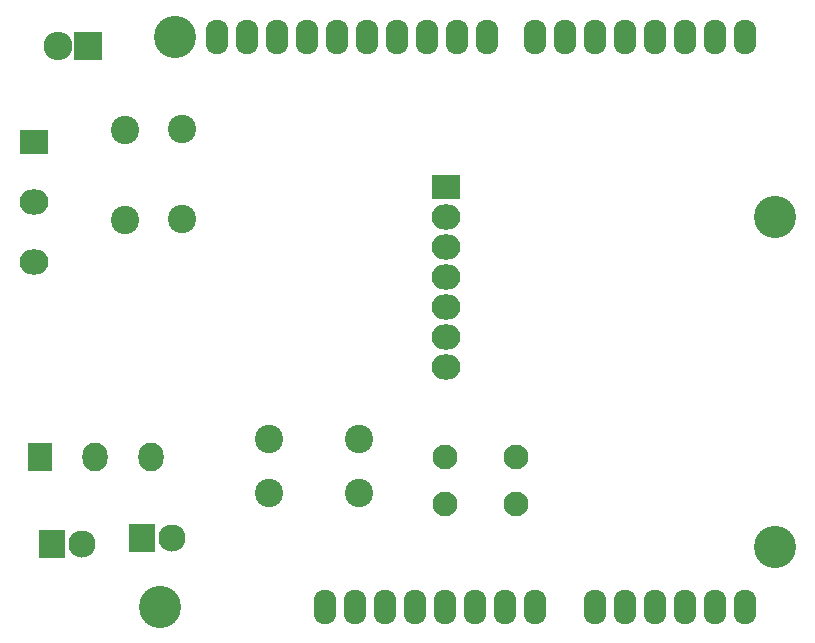
<source format=gbs>
G04 #@! TF.FileFunction,Soldermask,Bot*
%FSLAX46Y46*%
G04 Gerber Fmt 4.6, Leading zero omitted, Abs format (unit mm)*
G04 Created by KiCad (PCBNEW 4.0.1-3.201512221402+6198~38~ubuntu14.04.1-stable) date Fri 19 Feb 2016 11:58:25 AM PST*
%MOMM*%
G01*
G04 APERTURE LIST*
%ADD10C,0.100000*%
%ADD11O,1.924000X2.940000*%
%ADD12C,3.575000*%
%ADD13R,2.432000X2.127200*%
%ADD14O,2.432000X2.127200*%
%ADD15C,2.398980*%
%ADD16R,2.300000X2.400000*%
%ADD17C,2.300000*%
%ADD18R,2.432000X2.432000*%
%ADD19O,2.432000X2.432000*%
%ADD20R,2.127200X2.432000*%
%ADD21O,2.127200X2.432000*%
%ADD22C,2.100000*%
G04 APERTURE END LIST*
D10*
D11*
X151130000Y-115570000D03*
X148590000Y-115570000D03*
X146050000Y-115570000D03*
X138430000Y-115570000D03*
X140970000Y-115570000D03*
X143510000Y-115570000D03*
X133350000Y-115570000D03*
X130810000Y-115570000D03*
X128270000Y-115570000D03*
X123190000Y-115570000D03*
X120650000Y-115570000D03*
X151130000Y-67310000D03*
X148590000Y-67310000D03*
X146050000Y-67310000D03*
X143510000Y-67310000D03*
X140970000Y-67310000D03*
X138430000Y-67310000D03*
X135890000Y-67310000D03*
X133350000Y-67310000D03*
X129286000Y-67310000D03*
X126746000Y-67310000D03*
X124206000Y-67310000D03*
X121666000Y-67310000D03*
X119126000Y-67310000D03*
X116586000Y-67310000D03*
X114046000Y-67310000D03*
X111506000Y-67310000D03*
X125730000Y-115570000D03*
D12*
X153670000Y-110490000D03*
X153670000Y-82550000D03*
X102870000Y-67310000D03*
X101600000Y-115570000D03*
D11*
X108966000Y-67310000D03*
X106426000Y-67310000D03*
X118110000Y-115570000D03*
X115570000Y-115570000D03*
D13*
X125793500Y-80073500D03*
D14*
X125793500Y-82613500D03*
X125793500Y-85153500D03*
X125793500Y-87693500D03*
X125793500Y-90233500D03*
X125793500Y-92773500D03*
X125793500Y-95313500D03*
D15*
X110871000Y-101346000D03*
X118491000Y-101346000D03*
X110871000Y-105981500D03*
X118491000Y-105981500D03*
X103505000Y-82740500D03*
X103505000Y-75120500D03*
X98679000Y-82867500D03*
X98679000Y-75247500D03*
D16*
X92456000Y-110236000D03*
D17*
X94996000Y-110236000D03*
D16*
X100076000Y-109728000D03*
D17*
X102616000Y-109728000D03*
D13*
X90932000Y-76200000D03*
D14*
X90932000Y-81280000D03*
X90932000Y-86360000D03*
D18*
X95504000Y-68072000D03*
D19*
X92964000Y-68072000D03*
D20*
X91440000Y-102870000D03*
D21*
X96139000Y-102870000D03*
X100838000Y-102870000D03*
D22*
X131730000Y-106870000D03*
X125730000Y-106870000D03*
X131730000Y-102870000D03*
X125730000Y-102870000D03*
M02*

</source>
